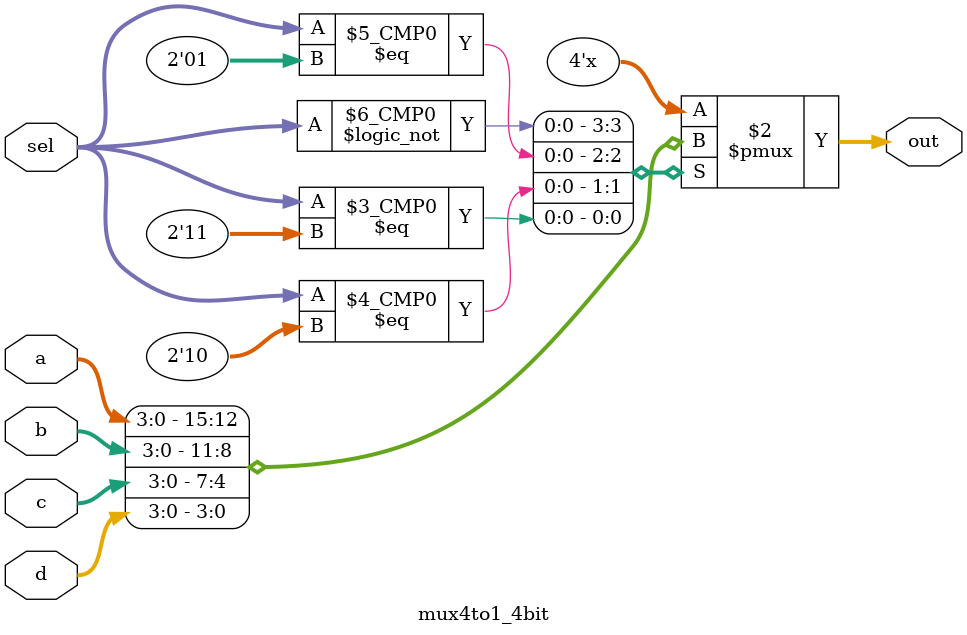
<source format=v>
`timescale 1ns / 1ps


module mux4to1_4bit(
    output reg [3:0] out,
    input [3:0] a,
    input [3:0] b,
    input [3:0] c,
    input [3:0] d,
    input [1:0] sel
    );
    
    always @(sel)
        case (sel)
            2'b00: out <= a;
            2'b01: out <= b;
            2'b10: out <= c;
            2'b11: out <= d;
        endcase
endmodule

</source>
